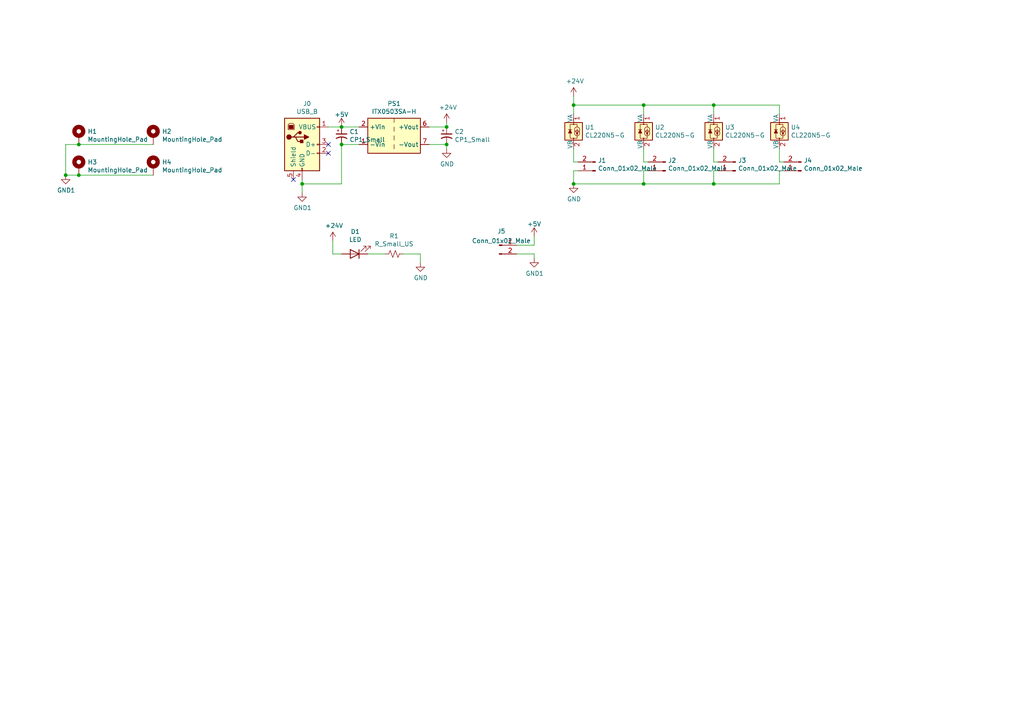
<source format=kicad_sch>
(kicad_sch (version 20211123) (generator eeschema)
  (paper "A4")
  (lib_symbols
    (symbol "Connector:Conn_01x02_Male" (pin_names (offset 1.016) hide)
      (property "Reference" "J" (at 0 2.54 0))
      (property "Value" "Conn_01x02_Male" (at 0 -5.08 0))
      (symbol "Conn_01x02_Male_1_1"
        (polyline (pts (xy 1.27 -2.54) (xy 0.8636 -2.54)) (stroke (width 0.1524)))
        (polyline (pts (xy 1.27 0) (xy 0.8636 0)) (stroke (width 0.1524)))
        (rectangle (start 0.8636 -2.413) (end 0 -2.667) (stroke (width 0.1524)) (fill (type outline)))
        (rectangle (start 0.8636 0.127) (end 0 -0.127) (stroke (width 0.1524)) (fill (type outline)))
        (pin passive line (at 5.08 0 180) (length 3.81) (name "Pin_1") (number "1"))
        (pin passive line (at 5.08 -2.54 180) (length 3.81) (name "Pin_2") (number "2"))
      )
    )
    (symbol "Connector:USB_B" (pin_names (offset 1.016))
      (property "Reference" "J" (at -5.08 11.43 0))
      (property "Value" "USB_B" (at -5.08 8.89 0))
      (symbol "USB_B_0_1"
        (rectangle (start -5.08 -7.62) (end 5.08 7.62) (stroke (width 0.254)) (fill (type background)))
        (circle (center -3.81 2.159) (radius 0.635) (stroke (width 0.254)) (fill (type outline)))
        (rectangle (start -3.81 5.588) (end -2.54 4.572) (fill (type outline)))
        (circle (center -0.635 3.429) (radius 0.381) (stroke (width 0.254)) (fill (type outline)))
        (rectangle (start -0.127 -7.62) (end 0.127 -6.858))
        (polyline (pts (xy -1.905 2.159) (xy 0.635 2.159)) (stroke (width 0.254)))
        (polyline (pts (xy -3.175 2.159) (xy -2.54 2.159) (xy -1.27 3.429) (xy -0.635 3.429)) (stroke (width 0.254)))
        (polyline (pts (xy -2.54 2.159) (xy -1.905 2.159) (xy -1.27 0.889) (xy 0 0.889)) (stroke (width 0.254)))
        (polyline (pts (xy 0.635 2.794) (xy 0.635 1.524) (xy 1.905 2.159) (xy 0.635 2.794)) (stroke (width 0.254)) (fill (type outline)))
        (polyline (pts (xy -4.064 4.318) (xy -2.286 4.318) (xy -2.286 5.715) (xy -2.667 6.096) (xy -3.683 6.096) (xy -4.064 5.715) (xy -4.064 4.318)))
        (rectangle (start 0.254 1.27) (end -0.508 0.508) (stroke (width 0.254)) (fill (type outline)))
        (rectangle (start 5.08 -2.667) (end 4.318 -2.413))
        (rectangle (start 5.08 -0.127) (end 4.318 0.127))
        (rectangle (start 5.08 4.953) (end 4.318 5.207))
      )
      (symbol "USB_B_1_1"
        (pin power_out line (at 7.62 5.08 180) (length 2.54) (name "VBUS") (number "1"))
        (pin bidirectional line (at 7.62 -2.54 180) (length 2.54) (name "D-") (number "2"))
        (pin bidirectional line (at 7.62 0 180) (length 2.54) (name "D+") (number "3"))
        (pin power_out line (at 0 -10.16 90) (length 2.54) (name "GND") (number "4"))
        (pin passive line (at -2.54 -10.16 90) (length 2.54) (name "Shield") (number "5"))
      )
    )
    (symbol "Converter_DCDC:ITX0503SA-H"
      (property "Reference" "PS" (at -7.62 6.35 0))
      (property "Value" "ITX0503SA-H" (at 1.27 6.35 0))
      (symbol "ITX0503SA-H_0_0"
        (pin power_in line (at -10.16 -2.54 0) (length 2.54) (name "-Vin") (number "1"))
        (pin power_in line (at -10.16 2.54 0) (length 2.54) (name "+Vin") (number "2"))
        (pin power_out line (at 10.16 2.54 180) (length 2.54) (name "+Vout") (number "6"))
        (pin power_out line (at 10.16 -2.54 180) (length 2.54) (name "-Vout") (number "7"))
        (pin no_connect line (at 7.62 0 180) (length 2.54) hide (name "NC") (number "8"))
      )
      (symbol "ITX0503SA-H_0_1"
        (rectangle (start -7.62 5.08) (end 7.62 -5.08) (stroke (width 0.254)) (fill (type background)))
        (polyline (pts (xy 0 -2.54) (xy 0 -3.81)))
        (polyline (pts (xy 0 0) (xy 0 -1.27)))
        (polyline (pts (xy 0 2.54) (xy 0 1.27)))
        (polyline (pts (xy 0 5.08) (xy 0 3.81)))
      )
    )
    (symbol "Device:CP1_Small" (pin_numbers hide) (pin_names (offset 0.254) hide)
      (property "Reference" "C" (at 0.254 1.778 0))
      (property "Value" "Device_CP1_Small" (at 0.254 -2.032 0))
      (symbol "CP1_Small_0_1"
        (polyline (pts (xy -1.524 0.508) (xy 1.524 0.508)) (stroke (width 0.3048)))
        (polyline (pts (xy -1.27 1.524) (xy -0.762 1.524)))
        (polyline (pts (xy -1.016 1.27) (xy -1.016 1.778)))
        (arc (start 1.524 -0.762) (mid 0 -0.3734) (end -1.524 -0.762) (stroke (width 0.3048)))
      )
      (symbol "CP1_Small_1_1"
        (pin passive line (at 0 2.54 270) (length 2.032) (name "~") (number "1"))
        (pin passive line (at 0 -2.54 90) (length 2.032) (name "~") (number "2"))
      )
    )
    (symbol "Device:LED" (pin_numbers hide) (pin_names (offset 1.016) hide)
      (property "Reference" "D" (at 0 2.54 0))
      (property "Value" "LED" (at 0 -2.54 0))
      (symbol "LED_0_1"
        (polyline (pts (xy -1.27 -1.27) (xy -1.27 1.27)) (stroke (width 0.254)))
        (polyline (pts (xy -1.27 0) (xy 1.27 0)))
        (polyline (pts (xy 1.27 -1.27) (xy 1.27 1.27) (xy -1.27 0) (xy 1.27 -1.27)) (stroke (width 0.254)))
        (polyline (pts (xy -3.048 -0.762) (xy -4.572 -2.286) (xy -3.81 -2.286) (xy -4.572 -2.286) (xy -4.572 -1.524)))
        (polyline (pts (xy -1.778 -0.762) (xy -3.302 -2.286) (xy -2.54 -2.286) (xy -3.302 -2.286) (xy -3.302 -1.524)))
      )
      (symbol "LED_1_1"
        (pin passive line (at -3.81 0 0) (length 2.54) (name "K") (number "1"))
        (pin passive line (at 3.81 0 180) (length 2.54) (name "A") (number "2"))
      )
    )
    (symbol "Device:R_Small_US" (pin_numbers hide) (pin_names (offset 0.254) hide)
      (property "Reference" "R" (at 0.762 0.508 0))
      (property "Value" "R_Small_US" (at 0.762 -1.016 0))
      (symbol "R_Small_US_1_1"
        (polyline (pts (xy 0 0) (xy 1.016 -0.381) (xy 0 -0.762) (xy -1.016 -1.143) (xy 0 -1.524)))
        (polyline (pts (xy 0 1.524) (xy 1.016 1.143) (xy 0 0.762) (xy -1.016 0.381) (xy 0 0)))
        (pin passive line (at 0 2.54 270) (length 1.016) (name "~") (number "1"))
        (pin passive line (at 0 -2.54 90) (length 1.016) (name "~") (number "2"))
      )
    )
    (symbol "Driver_LED:CL220N5-G" (pin_names (offset 0))
      (property "Reference" "U" (at 3.81 3.81 0))
      (property "Value" "CL220N5-G" (at 3.81 1.27 0))
      (symbol "CL220N5-G_0_1"
        (rectangle (start -2.54 2.54) (end 2.54 -2.54) (stroke (width 0.254)) (fill (type background)))
        (circle (center 0 -2.032) (radius 0.127))
        (polyline (pts (xy -1.524 0.508) (xy -0.508 0.508)))
        (polyline (pts (xy 0 -3.048) (xy 0 -3.81)))
        (polyline (pts (xy 0 -2.032) (xy 0 -2.54)))
        (polyline (pts (xy 0 2.032) (xy 0 2.54)))
        (polyline (pts (xy 0 3.048) (xy 0 3.81)))
        (polyline (pts (xy -1.016 -0.508) (xy -1.016 -2.032) (xy 1.016 -2.032) (xy 1.016 -1.27)))
        (polyline (pts (xy -1.016 0.508) (xy -1.524 -0.508) (xy -0.508 -0.508) (xy -1.016 0.508)) (fill (type outline)))
        (polyline (pts (xy 1.016 1.27) (xy 1.016 2.032) (xy -1.016 2.032) (xy -1.016 0.508)))
        (polyline (pts (xy 1.016 0.762) (xy 1.016 -1.016) (xy 0.762 -0.508) (xy 1.27 -0.508) (xy 1.016 -1.016)) (fill (type outline)))
        (circle (center 0 2.032) (radius 0.127))
        (circle (center 1.016 -0.508) (radius 0.762))
        (circle (center 1.016 0.508) (radius 0.762))
      )
      (symbol "CL220N5-G_1_1"
        (pin input line (at 0 5.08 270) (length 2.54) (name "VA") (number "1"))
        (pin input line (at 0 -5.08 90) (length 2.54) (name "VB") (number "2"))
      )
    )
    (symbol "Mechanical:MountingHole_Pad" (pin_numbers hide) (pin_names (offset 1.016) hide)
      (property "Reference" "H" (at 0 6.35 0))
      (property "Value" "MountingHole_Pad" (at 0 4.445 0))
      (symbol "MountingHole_Pad_0_1"
        (circle (center 0 1.27) (radius 1.27) (stroke (width 1.27)))
      )
      (symbol "MountingHole_Pad_1_1"
        (pin input line (at 0 -2.54 90) (length 2.54) (name "1") (number "1"))
      )
    )
    (symbol "power:+24V" (power) (pin_names (offset 0))
      (property "Value" "+24V" (at 0 3.556 0))
      (symbol "+24V_0_1"
        (polyline (pts (xy -0.762 1.27) (xy 0 2.54)))
        (polyline (pts (xy 0 0) (xy 0 2.54)))
        (polyline (pts (xy 0 2.54) (xy 0.762 1.27)))
      )
      (symbol "+24V_1_1"
        (pin power_in line (at 0 0 90) (length 0) hide (name "+24V") (number "1"))
      )
    )
    (symbol "power:+5V" (power) (pin_names (offset 0))
      (property "Value" "+5V" (at 0 3.556 0))
      (symbol "+5V_0_1"
        (polyline (pts (xy -0.762 1.27) (xy 0 2.54)))
        (polyline (pts (xy 0 0) (xy 0 2.54)))
        (polyline (pts (xy 0 2.54) (xy 0.762 1.27)))
      )
      (symbol "+5V_1_1"
        (pin power_in line (at 0 0 90) (length 0) hide (name "+5V") (number "1"))
      )
    )
    (symbol "power:GND" (power) (pin_names (offset 0))
      (property "Value" "GND" (at 0 -3.81 0))
      (symbol "GND_0_1"
        (polyline (pts (xy 0 0) (xy 0 -1.27) (xy 1.27 -1.27) (xy 0 -2.54) (xy -1.27 -1.27) (xy 0 -1.27)))
      )
      (symbol "GND_1_1"
        (pin power_in line (at 0 0 270) (length 0) hide (name "GND") (number "1"))
      )
    )
    (symbol "power:GND1" (power) (pin_names (offset 0))
      (property "Value" "GND1" (at 0 -3.81 0))
      (symbol "GND1_0_1"
        (polyline (pts (xy 0 0) (xy 0 -1.27) (xy 1.27 -1.27) (xy 0 -2.54) (xy -1.27 -1.27) (xy 0 -1.27)))
      )
      (symbol "GND1_1_1"
        (pin power_in line (at 0 0 270) (length 0) hide (name "GND1") (number "1"))
      )
    )
  )
  (junction (at 87.63 53.34))
  (junction (at 207.01 30.48))
  (junction (at 22.86 50.8))
  (junction (at 207.01 53.34))
  (junction (at 166.37 53.34))
  (junction (at 166.37 30.48))
  (junction (at 186.69 53.34))
  (junction (at 129.54 41.91))
  (junction (at 99.06 41.91))
  (junction (at 19.05 50.8))
  (junction (at 99.06 36.83))
  (junction (at 186.69 30.48))
  (junction (at 22.86 41.91))
  (junction (at 129.54 36.83))
  (no_connect (at 95.25 44.45))
  (no_connect (at 95.25 41.91))
  (no_connect (at 85.09 52.07))
  (wire (pts (xy 22.86 41.91) (xy 19.05 41.91)))
  (wire (pts (xy 166.37 30.48) (xy 166.37 27.94)))
  (wire (pts (xy 44.45 41.91) (xy 22.86 41.91)))
  (wire (pts (xy 149.86 73.66) (xy 154.94 73.66)))
  (wire (pts (xy 129.54 41.91) (xy 129.54 43.18)))
  (wire (pts (xy 121.92 73.66) (xy 121.92 76.2)))
  (wire (pts (xy 207.01 43.18) (xy 207.01 46.99)))
  (wire (pts (xy 226.06 53.34) (xy 226.06 49.53)))
  (wire (pts (xy 207.01 30.48) (xy 226.06 30.48)))
  (wire (pts (xy 166.37 33.02) (xy 166.37 30.48)))
  (wire (pts (xy 166.37 53.34) (xy 186.69 53.34)))
  (wire (pts (xy 104.14 36.83) (xy 99.06 36.83)))
  (wire (pts (xy 226.06 46.99) (xy 227.33 46.99)))
  (wire (pts (xy 154.94 68.58) (xy 154.94 71.12)))
  (wire (pts (xy 166.37 49.53) (xy 166.37 53.34)))
  (wire (pts (xy 149.86 71.12) (xy 154.94 71.12)))
  (wire (pts (xy 226.06 49.53) (xy 227.33 49.53)))
  (wire (pts (xy 207.01 53.34) (xy 226.06 53.34)))
  (wire (pts (xy 208.28 49.53) (xy 207.01 49.53)))
  (wire (pts (xy 166.37 30.48) (xy 186.69 30.48)))
  (wire (pts (xy 166.37 43.18) (xy 166.37 46.99)))
  (wire (pts (xy 104.14 41.91) (xy 99.06 41.91)))
  (wire (pts (xy 226.06 43.18) (xy 226.06 46.99)))
  (wire (pts (xy 87.63 55.88) (xy 87.63 53.34)))
  (wire (pts (xy 207.01 46.99) (xy 208.28 46.99)))
  (wire (pts (xy 96.52 73.66) (xy 99.06 73.66)))
  (wire (pts (xy 124.46 36.83) (xy 129.54 36.83)))
  (wire (pts (xy 124.46 41.91) (xy 129.54 41.91)))
  (wire (pts (xy 19.05 50.8) (xy 22.86 50.8)))
  (wire (pts (xy 186.69 43.18) (xy 186.69 46.99)))
  (wire (pts (xy 87.63 53.34) (xy 87.63 52.07)))
  (wire (pts (xy 186.69 53.34) (xy 207.01 53.34)))
  (wire (pts (xy 99.06 53.34) (xy 87.63 53.34)))
  (wire (pts (xy 187.96 49.53) (xy 186.69 49.53)))
  (wire (pts (xy 186.69 46.99) (xy 187.96 46.99)))
  (wire (pts (xy 129.54 36.83) (xy 129.54 35.56)))
  (wire (pts (xy 207.01 33.02) (xy 207.01 30.48)))
  (wire (pts (xy 154.94 73.66) (xy 154.94 74.93)))
  (wire (pts (xy 167.64 49.53) (xy 166.37 49.53)))
  (wire (pts (xy 99.06 36.83) (xy 95.25 36.83)))
  (wire (pts (xy 99.06 41.91) (xy 99.06 53.34)))
  (wire (pts (xy 207.01 49.53) (xy 207.01 53.34)))
  (wire (pts (xy 186.69 33.02) (xy 186.69 30.48)))
  (wire (pts (xy 22.86 50.8) (xy 44.45 50.8)))
  (wire (pts (xy 186.69 30.48) (xy 207.01 30.48)))
  (wire (pts (xy 19.05 41.91) (xy 19.05 50.8)))
  (wire (pts (xy 186.69 49.53) (xy 186.69 53.34)))
  (wire (pts (xy 106.68 73.66) (xy 111.76 73.66)))
  (wire (pts (xy 96.52 69.85) (xy 96.52 73.66)))
  (wire (pts (xy 116.84 73.66) (xy 121.92 73.66)))
  (wire (pts (xy 166.37 46.99) (xy 167.64 46.99)))
  (wire (pts (xy 226.06 30.48) (xy 226.06 33.02)))
  (symbol (lib_id "Converter_DCDC:ITX0503SA-H") (at 114.3 39.37 0) (unit 1)
    (property "Reference" "PS1" (at 114.3 30.0482 0))
    (property "Value" "ITX0503SA-H" (at 114.3 32.3596 0))
    (property "Footprint" "Converters_DCDC_ACDC:DCDC-Conv_RECOM_R-78S-0.1" (effects hide))
    (property "Datasheet" "https://www.xppower.com/pdfs/SF_ITX.pdf" (effects hide))
  )
  (symbol (lib_id "Connector:USB_B") (at 87.63 41.91 0) (unit 1)
    (property "Reference" "J0" (at 89.0778 30.0482 0))
    (property "Value" "USB_B" (at 89.0778 32.3596 0))
    (property "Footprint" "Connectors:USB_B" (effects hide))
    (property "Datasheet" " ~" (effects hide))
  )
  (symbol (lib_id "power:GND1") (at 87.63 55.88 0) (unit 1)
    (property "Reference" "#PWR0101" (effects hide))
    (property "Value" "GND1" (at 87.757 60.2742 0))
  )
  (symbol (lib_id "power:GND") (at 129.54 43.18 0) (unit 1)
    (property "Reference" "#PWR0102" (effects hide))
    (property "Value" "GND" (at 129.667 47.5742 0))
  )
  (symbol (lib_id "power:+24V") (at 129.54 35.56 0) (unit 1)
    (property "Reference" "#PWR0103" (effects hide))
    (property "Value" "+24V" (at 129.921 31.1658 0))
  )
  (symbol (lib_id "Driver_LED:CL220N5-G") (at 166.37 38.1 0) (unit 1)
    (property "Reference" "U1" (at 169.672 36.9316 0) (effects (justify left)))
    (property "Value" "CL220N5-G" (at 169.672 39.243 0) (effects (justify left)))
    (property "Footprint" "TO_SOT_Packages_THT:TO-92-2pin_Inline_Narrow_Oval" (effects hide))
    (property "Datasheet" "http://ww1.microchip.com/downloads/en/DeviceDoc/20005413A.pdf" (effects hide))
  )
  (symbol (lib_id "Driver_LED:CL220N5-G") (at 186.69 38.1 0) (unit 1)
    (property "Reference" "U2" (at 189.992 36.9316 0) (effects (justify left)))
    (property "Value" "CL220N5-G" (at 189.992 39.243 0) (effects (justify left)))
    (property "Footprint" "TO_SOT_Packages_THT:TO-92-2pin_Inline_Narrow_Oval" (effects hide))
    (property "Datasheet" "http://ww1.microchip.com/downloads/en/DeviceDoc/20005413A.pdf" (effects hide))
  )
  (symbol (lib_id "Driver_LED:CL220N5-G") (at 207.01 38.1 0) (unit 1)
    (property "Reference" "U3" (at 210.312 36.9316 0) (effects (justify left)))
    (property "Value" "CL220N5-G" (at 210.312 39.243 0) (effects (justify left)))
    (property "Footprint" "TO_SOT_Packages_THT:TO-92-2pin_Inline_Narrow_Oval" (effects hide))
    (property "Datasheet" "http://ww1.microchip.com/downloads/en/DeviceDoc/20005413A.pdf" (effects hide))
  )
  (symbol (lib_id "Driver_LED:CL220N5-G") (at 226.06 38.1 0) (unit 1)
    (property "Reference" "U4" (at 229.362 36.9316 0) (effects (justify left)))
    (property "Value" "CL220N5-G" (at 229.362 39.243 0) (effects (justify left)))
    (property "Footprint" "TO_SOT_Packages_THT:TO-92-2pin_Inline_Narrow_Oval" (effects hide))
    (property "Datasheet" "http://ww1.microchip.com/downloads/en/DeviceDoc/20005413A.pdf" (effects hide))
  )
  (symbol (lib_id "power:+24V") (at 166.37 27.94 0) (unit 1)
    (property "Reference" "#PWR0104" (effects hide))
    (property "Value" "+24V" (at 166.751 23.5458 0))
  )
  (symbol (lib_id "Connector:Conn_01x02_Male") (at 172.72 49.53 180) (unit 1)
    (property "Reference" "J1" (at 173.4312 46.5328 0) (effects (justify right)))
    (property "Value" "Conn_01x02_Male" (at 173.4312 48.8442 0) (effects (justify right)))
    (property "Footprint" "Pin_Headers:Pin_Header_Angled_1x02_Pitch2.54mm" (effects hide))
  )
  (symbol (lib_id "Connector:Conn_01x02_Male") (at 193.04 49.53 180) (unit 1)
    (property "Reference" "J2" (at 193.7512 46.5328 0) (effects (justify right)))
    (property "Value" "Conn_01x02_Male" (at 193.7512 48.8442 0) (effects (justify right)))
    (property "Footprint" "Pin_Headers:Pin_Header_Angled_1x02_Pitch2.54mm" (effects hide))
  )
  (symbol (lib_id "Connector:Conn_01x02_Male") (at 213.36 49.53 180) (unit 1)
    (property "Reference" "J3" (at 214.0712 46.5328 0) (effects (justify right)))
    (property "Value" "Conn_01x02_Male" (at 214.0712 48.8442 0) (effects (justify right)))
    (property "Footprint" "Pin_Headers:Pin_Header_Angled_1x02_Pitch2.54mm" (effects hide))
  )
  (symbol (lib_id "Connector:Conn_01x02_Male") (at 232.41 49.53 180) (unit 1)
    (property "Reference" "J4" (at 233.1212 46.5328 0) (effects (justify right)))
    (property "Value" "Conn_01x02_Male" (at 233.1212 48.8442 0) (effects (justify right)))
    (property "Footprint" "Pin_Headers:Pin_Header_Angled_1x02_Pitch2.54mm" (effects hide))
  )
  (symbol (lib_id "power:GND") (at 166.37 53.34 0) (unit 1)
    (property "Reference" "#PWR0105" (effects hide))
    (property "Value" "GND" (at 166.497 57.7342 0))
  )
  (symbol (lib_id "Device:CP1_Small") (at 99.06 39.37 0) (unit 1)
    (property "Reference" "C1" (at 101.3714 38.2016 0) (effects (justify left)))
    (property "Value" "CP1_Small" (at 101.3714 40.513 0) (effects (justify left)))
    (property "Footprint" "Capacitors_THT:CP_Radial_D8.0mm_P3.50mm" (effects hide))
  )
  (symbol (lib_id "Device:CP1_Small") (at 129.54 39.37 0) (unit 1)
    (property "Reference" "C2" (at 131.8514 38.2016 0) (effects (justify left)))
    (property "Value" "CP1_Small" (at 131.8514 40.513 0) (effects (justify left)))
    (property "Footprint" "Capacitors_THT:CP_Radial_D8.0mm_P3.50mm" (effects hide))
  )
  (symbol (lib_id "Device:LED") (at 102.87 73.66 180) (unit 1)
    (property "Reference" "D1" (at 103.0478 67.183 0))
    (property "Value" "LED" (at 103.0478 69.4944 0))
    (property "Footprint" "LEDs:LED_0805_HandSoldering" (effects hide))
  )
  (symbol (lib_id "Device:R_Small_US") (at 114.3 73.66 270) (unit 1)
    (property "Reference" "R1" (at 114.3 68.453 90))
    (property "Value" "R_Small_US" (at 114.3 70.7644 90))
    (property "Footprint" "Resistors_SMD:R_0805_HandSoldering" (effects hide))
  )
  (symbol (lib_id "power:+24V") (at 96.52 69.85 0) (unit 1)
    (property "Reference" "#PWR0106" (effects hide))
    (property "Value" "+24V" (at 96.901 65.4558 0))
  )
  (symbol (lib_id "power:GND") (at 121.92 76.2 0) (unit 1)
    (property "Reference" "#PWR0107" (effects hide))
    (property "Value" "GND" (at 122.047 80.5942 0))
  )
  (symbol (lib_id "Mechanical:MountingHole_Pad") (at 22.86 48.26 0) (unit 1)
    (property "Reference" "H3" (at 25.4 47.0154 0) (effects (justify left)))
    (property "Value" "MountingHole_Pad" (at 25.4 49.3268 0) (effects (justify left)))
    (property "Footprint" "Mounting_Holes:MountingHole_3.2mm_M3_Pad_Via" (effects hide))
  )
  (symbol (lib_id "Mechanical:MountingHole_Pad") (at 44.45 48.26 0) (unit 1)
    (property "Reference" "H4" (at 46.99 47.0154 0) (effects (justify left)))
    (property "Value" "MountingHole_Pad" (at 46.99 49.3268 0) (effects (justify left)))
    (property "Footprint" "Mounting_Holes:MountingHole_3.2mm_M3_Pad_Via" (effects hide))
  )
  (symbol (lib_id "Mechanical:MountingHole_Pad") (at 22.86 39.37 0) (unit 1)
    (property "Reference" "H1" (at 25.4 38.1254 0) (effects (justify left)))
    (property "Value" "MountingHole_Pad" (at 25.4 40.4368 0) (effects (justify left)))
    (property "Footprint" "Mounting_Holes:MountingHole_3.2mm_M3_Pad_Via" (effects hide))
  )
  (symbol (lib_id "Mechanical:MountingHole_Pad") (at 44.45 39.37 0) (unit 1)
    (property "Reference" "H2" (at 46.99 38.1254 0) (effects (justify left)))
    (property "Value" "MountingHole_Pad" (at 46.99 40.4368 0) (effects (justify left)))
    (property "Footprint" "Mounting_Holes:MountingHole_3.2mm_M3_Pad_Via" (effects hide))
  )
  (symbol (lib_id "power:GND1") (at 19.05 50.8 0) (unit 1)
    (property "Reference" "#PWR0108" (effects hide))
    (property "Value" "GND1" (at 19.177 55.1942 0))
  )
  (symbol (lib_id "Connector:Conn_01x02_Male") (at 144.78 71.12 0) (unit 1)
    (property "Reference" "J5" (at 145.415 67.0773 0))
    (property "Value" "Conn_01x02_Male" (at 145.415 69.8524 0))
    (property "Footprint" "Connector_PinHeader_2.54mm:PinHeader_1x02_P2.54mm_Vertical" (effects hide))
  )
  (symbol (lib_id "power:GND1") (at 154.94 74.93 0) (unit 1)
    (property "Reference" "#PWR03" (effects hide))
    (property "Value" "GND1" (at 155.067 79.3242 0))
  )
  (symbol (lib_id "power:+5V") (at 154.94 68.58 0) (unit 1)
    (property "Reference" "#PWR02" (effects hide))
    (property "Value" "+5V" (at 154.94 64.9755 0))
  )
  (symbol (lib_id "power:+5V") (at 99.06 36.83 0) (unit 1)
    (property "Reference" "#PWR01" (effects hide))
    (property "Value" "+5V" (at 99.06 33.2255 0))
  )
)
</source>
